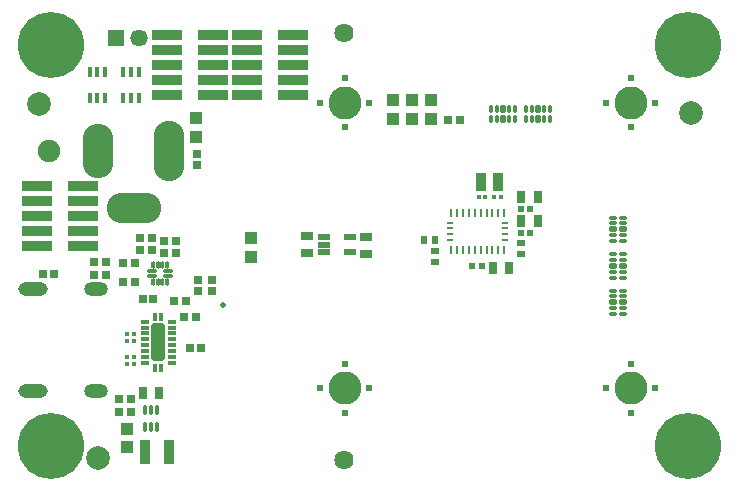
<source format=gbs>
G04*
G04 #@! TF.GenerationSoftware,Altium Limited,Altium Designer,20.0.13 (296)*
G04*
G04 Layer_Color=16711935*
%FSLAX44Y44*%
%MOMM*%
G71*
G01*
G75*
%ADD37R,0.6516X0.7516*%
%ADD48C,2.0000*%
G04:AMPARAMS|DCode=49|XSize=0.34mm|YSize=0.705mm|CornerRadius=0.12mm|HoleSize=0mm|Usage=FLASHONLY|Rotation=0.000|XOffset=0mm|YOffset=0mm|HoleType=Round|Shape=RoundedRectangle|*
%AMROUNDEDRECTD49*
21,1,0.3400,0.4650,0,0,0.0*
21,1,0.1000,0.7050,0,0,0.0*
1,1,0.2400,0.0500,-0.2325*
1,1,0.2400,-0.0500,-0.2325*
1,1,0.2400,-0.0500,0.2325*
1,1,0.2400,0.0500,0.2325*
%
%ADD49ROUNDEDRECTD49*%
G04:AMPARAMS|DCode=50|XSize=0.54mm|YSize=0.705mm|CornerRadius=0.12mm|HoleSize=0mm|Usage=FLASHONLY|Rotation=0.000|XOffset=0mm|YOffset=0mm|HoleType=Round|Shape=RoundedRectangle|*
%AMROUNDEDRECTD50*
21,1,0.5400,0.4650,0,0,0.0*
21,1,0.3000,0.7050,0,0,0.0*
1,1,0.2400,0.1500,-0.2325*
1,1,0.2400,-0.1500,-0.2325*
1,1,0.2400,-0.1500,0.2325*
1,1,0.2400,0.1500,0.2325*
%
%ADD50ROUNDEDRECTD50*%
%ADD53R,1.1016X1.0016*%
%ADD56C,5.6016*%
%ADD57O,2.0000X1.2000*%
%ADD58O,2.5000X1.2000*%
%ADD59R,1.4696X1.4696*%
%ADD60C,1.4696*%
%ADD61C,1.9016*%
%ADD62O,2.6000X4.6000*%
%ADD63O,2.6000X5.1000*%
%ADD64O,4.6000X2.6000*%
%ADD65C,1.6256*%
%ADD66C,0.5080*%
%ADD67C,0.6080*%
%ADD100R,0.2500X0.6750*%
%ADD101R,0.5750X0.2500*%
%ADD118R,0.8516X1.5016*%
G04:AMPARAMS|DCode=119|XSize=0.3mm|YSize=0.8mm|CornerRadius=0.1mm|HoleSize=0mm|Usage=FLASHONLY|Rotation=270.000|XOffset=0mm|YOffset=0mm|HoleType=Round|Shape=RoundedRectangle|*
%AMROUNDEDRECTD119*
21,1,0.3000,0.6000,0,0,270.0*
21,1,0.1000,0.8000,0,0,270.0*
1,1,0.2000,-0.3000,-0.0500*
1,1,0.2000,-0.3000,0.0500*
1,1,0.2000,0.3000,0.0500*
1,1,0.2000,0.3000,-0.0500*
%
%ADD119ROUNDEDRECTD119*%
G04:AMPARAMS|DCode=120|XSize=0.3mm|YSize=0.6mm|CornerRadius=0.1mm|HoleSize=0mm|Usage=FLASHONLY|Rotation=180.000|XOffset=0mm|YOffset=0mm|HoleType=Round|Shape=RoundedRectangle|*
%AMROUNDEDRECTD120*
21,1,0.3000,0.4000,0,0,180.0*
21,1,0.1000,0.6000,0,0,180.0*
1,1,0.2000,-0.0500,0.2000*
1,1,0.2000,0.0500,0.2000*
1,1,0.2000,0.0500,-0.2000*
1,1,0.2000,-0.0500,-0.2000*
%
%ADD120ROUNDEDRECTD120*%
G04:AMPARAMS|DCode=121|XSize=0.39mm|YSize=0.74mm|CornerRadius=0.095mm|HoleSize=0mm|Usage=FLASHONLY|Rotation=90.000|XOffset=0mm|YOffset=0mm|HoleType=Round|Shape=RoundedRectangle|*
%AMROUNDEDRECTD121*
21,1,0.3900,0.5500,0,0,90.0*
21,1,0.2000,0.7400,0,0,90.0*
1,1,0.1900,0.2750,0.1000*
1,1,0.1900,0.2750,-0.1000*
1,1,0.1900,-0.2750,-0.1000*
1,1,0.1900,-0.2750,0.1000*
%
%ADD121ROUNDEDRECTD121*%
G04:AMPARAMS|DCode=122|XSize=0.39mm|YSize=0.74mm|CornerRadius=0.095mm|HoleSize=0mm|Usage=FLASHONLY|Rotation=180.000|XOffset=0mm|YOffset=0mm|HoleType=Round|Shape=RoundedRectangle|*
%AMROUNDEDRECTD122*
21,1,0.3900,0.5500,0,0,180.0*
21,1,0.2000,0.7400,0,0,180.0*
1,1,0.1900,-0.1000,0.2750*
1,1,0.1900,0.1000,0.2750*
1,1,0.1900,0.1000,-0.2750*
1,1,0.1900,-0.1000,-0.2750*
%
%ADD122ROUNDEDRECTD122*%
G04:AMPARAMS|DCode=123|XSize=1.14mm|YSize=3.14mm|CornerRadius=0.12mm|HoleSize=0mm|Usage=FLASHONLY|Rotation=180.000|XOffset=0mm|YOffset=0mm|HoleType=Round|Shape=RoundedRectangle|*
%AMROUNDEDRECTD123*
21,1,1.1400,2.9000,0,0,180.0*
21,1,0.9000,3.1400,0,0,180.0*
1,1,0.2400,-0.4500,1.4500*
1,1,0.2400,0.4500,1.4500*
1,1,0.2400,0.4500,-1.4500*
1,1,0.2400,-0.4500,-1.4500*
%
%ADD123ROUNDEDRECTD123*%
%ADD124R,1.0000X0.5000*%
%ADD125R,0.4516X0.9516*%
G04:AMPARAMS|DCode=126|XSize=0.4mm|YSize=0.77mm|CornerRadius=0.0995mm|HoleSize=0mm|Usage=FLASHONLY|Rotation=180.000|XOffset=0mm|YOffset=0mm|HoleType=Round|Shape=RoundedRectangle|*
%AMROUNDEDRECTD126*
21,1,0.4000,0.5710,0,0,180.0*
21,1,0.2010,0.7700,0,0,180.0*
1,1,0.1990,-0.1005,0.2855*
1,1,0.1990,0.1005,0.2855*
1,1,0.1990,0.1005,-0.2855*
1,1,0.1990,-0.1005,-0.2855*
%
%ADD126ROUNDEDRECTD126*%
%ADD127R,0.7516X0.6516*%
%ADD128R,0.8016X1.0016*%
%ADD129R,0.6516X0.5516*%
%ADD130R,0.5516X0.6516*%
%ADD131R,0.9016X2.1016*%
%ADD132R,2.5016X0.8616*%
G04:AMPARAMS|DCode=133|XSize=0.34mm|YSize=0.705mm|CornerRadius=0.12mm|HoleSize=0mm|Usage=FLASHONLY|Rotation=90.000|XOffset=0mm|YOffset=0mm|HoleType=Round|Shape=RoundedRectangle|*
%AMROUNDEDRECTD133*
21,1,0.3400,0.4650,0,0,90.0*
21,1,0.1000,0.7050,0,0,90.0*
1,1,0.2400,0.2325,0.0500*
1,1,0.2400,0.2325,-0.0500*
1,1,0.2400,-0.2325,-0.0500*
1,1,0.2400,-0.2325,0.0500*
%
%ADD133ROUNDEDRECTD133*%
G04:AMPARAMS|DCode=134|XSize=0.54mm|YSize=0.705mm|CornerRadius=0.12mm|HoleSize=0mm|Usage=FLASHONLY|Rotation=90.000|XOffset=0mm|YOffset=0mm|HoleType=Round|Shape=RoundedRectangle|*
%AMROUNDEDRECTD134*
21,1,0.5400,0.4650,0,0,90.0*
21,1,0.3000,0.7050,0,0,90.0*
1,1,0.2400,0.2325,0.1500*
1,1,0.2400,0.2325,-0.1500*
1,1,0.2400,-0.2325,-0.1500*
1,1,0.2400,-0.2325,0.1500*
%
%ADD134ROUNDEDRECTD134*%
%ADD135R,0.4616X0.4216*%
%ADD136R,0.7216X0.7216*%
%ADD137R,0.7216X0.7216*%
%ADD138R,0.6216X0.6216*%
%ADD139R,1.0016X0.8016*%
%ADD140C,2.8000*%
D37*
X67000Y186000D02*
D03*
X77000D02*
D03*
X67000Y175000D02*
D03*
X77000D02*
D03*
X101000Y185000D02*
D03*
X91000D02*
D03*
X101000Y169000D02*
D03*
X91000D02*
D03*
X144501Y153249D02*
D03*
X134501D02*
D03*
X153000Y139000D02*
D03*
X143000D02*
D03*
X366700Y306500D02*
D03*
X376700D02*
D03*
X97900Y70300D02*
D03*
X87900D02*
D03*
X88000Y58600D02*
D03*
X98000D02*
D03*
D48*
X572117Y312154D02*
D03*
X70000Y20000D02*
D03*
X20000Y320000D02*
D03*
D49*
X422900Y315125D02*
D03*
X417900D02*
D03*
X407900D02*
D03*
X402900D02*
D03*
Y306775D02*
D03*
X407900D02*
D03*
X417900D02*
D03*
X422900D02*
D03*
X452800Y315125D02*
D03*
X447800D02*
D03*
X437800D02*
D03*
X432800D02*
D03*
Y306775D02*
D03*
X437800D02*
D03*
X447800D02*
D03*
X452800D02*
D03*
D50*
X412900Y315125D02*
D03*
Y306775D02*
D03*
X442800Y315125D02*
D03*
Y306775D02*
D03*
D53*
X336000Y306800D02*
D03*
Y322800D02*
D03*
X352000Y306800D02*
D03*
Y322800D02*
D03*
X319700Y306800D02*
D03*
Y322800D02*
D03*
X153000Y291500D02*
D03*
Y307500D02*
D03*
X200000Y206000D02*
D03*
Y190000D02*
D03*
X94700Y29000D02*
D03*
Y45000D02*
D03*
D56*
X570000Y370000D02*
D03*
Y30000D02*
D03*
X30000Y370000D02*
D03*
Y30000D02*
D03*
D57*
X68400Y163200D02*
D03*
Y76800D02*
D03*
D58*
X14800Y163200D02*
D03*
Y76800D02*
D03*
D59*
X85000Y375500D02*
D03*
D60*
X105000D02*
D03*
D61*
X28500Y280000D02*
D03*
D62*
X70250Y280000D02*
D03*
D63*
X130250Y280000D02*
D03*
D64*
X100500Y231750D02*
D03*
D65*
X278700Y379700D02*
D03*
X278000Y18700D02*
D03*
D66*
X175831Y149584D02*
D03*
D67*
X541750Y79000D02*
D03*
X500250D02*
D03*
X521000Y58250D02*
D03*
Y99750D02*
D03*
X299750Y79000D02*
D03*
X258250D02*
D03*
X279000Y58250D02*
D03*
Y99750D02*
D03*
X541750Y321000D02*
D03*
X500250D02*
D03*
X521000Y300250D02*
D03*
Y341750D02*
D03*
X299750Y321000D02*
D03*
X258250D02*
D03*
X279000Y300250D02*
D03*
Y341750D02*
D03*
D100*
X413996Y227511D02*
D03*
X368996D02*
D03*
X373996D02*
D03*
X378996D02*
D03*
X383996D02*
D03*
X388996D02*
D03*
X393996D02*
D03*
X398996D02*
D03*
X403996D02*
D03*
X408996D02*
D03*
X413996Y196261D02*
D03*
X408996D02*
D03*
X403996D02*
D03*
X398996D02*
D03*
X393996D02*
D03*
X388996D02*
D03*
X383996D02*
D03*
X378996D02*
D03*
X373996D02*
D03*
X368996D02*
D03*
D101*
X368371Y204386D02*
D03*
Y209386D02*
D03*
Y214386D02*
D03*
Y219386D02*
D03*
X414621D02*
D03*
Y214386D02*
D03*
Y209386D02*
D03*
Y204386D02*
D03*
D118*
X394523Y253930D02*
D03*
X409123D02*
D03*
D119*
X116002Y174249D02*
D03*
Y178249D02*
D03*
X129002D02*
D03*
Y174249D02*
D03*
D120*
X116502Y183748D02*
D03*
X120502D02*
D03*
X124502D02*
D03*
X128502D02*
D03*
Y168748D02*
D03*
X124502D02*
D03*
X120502D02*
D03*
X116502D02*
D03*
D121*
X109500Y130500D02*
D03*
Y135500D02*
D03*
Y110500D02*
D03*
Y115500D02*
D03*
Y120500D02*
D03*
Y125500D02*
D03*
Y100500D02*
D03*
Y105500D02*
D03*
X132500Y100500D02*
D03*
Y115500D02*
D03*
Y120500D02*
D03*
Y135500D02*
D03*
Y110500D02*
D03*
Y105500D02*
D03*
Y130500D02*
D03*
Y125500D02*
D03*
D122*
X123500Y139500D02*
D03*
X118500D02*
D03*
Y96500D02*
D03*
X123500D02*
D03*
D123*
X121000Y118000D02*
D03*
D124*
X261370Y200710D02*
D03*
Y194210D02*
D03*
X283370D02*
D03*
X261370Y207210D02*
D03*
X283370D02*
D03*
D125*
X76000Y324803D02*
D03*
X69500D02*
D03*
X63000D02*
D03*
Y346802D02*
D03*
X69500D02*
D03*
X76000D02*
D03*
X104501Y324803D02*
D03*
X98001D02*
D03*
X91501D02*
D03*
Y346802D02*
D03*
X98001D02*
D03*
X104501D02*
D03*
D126*
X110100Y46100D02*
D03*
X120100D02*
D03*
Y60900D02*
D03*
X115100D02*
D03*
X110100D02*
D03*
X115100Y46100D02*
D03*
D127*
X136000Y194000D02*
D03*
Y204000D02*
D03*
X126000Y194000D02*
D03*
Y204000D02*
D03*
X155000Y171000D02*
D03*
Y161000D02*
D03*
X115501Y206499D02*
D03*
Y196499D02*
D03*
X105501Y206499D02*
D03*
Y196499D02*
D03*
D128*
X404367Y180890D02*
D03*
X418367D02*
D03*
X428198Y241088D02*
D03*
X442197D02*
D03*
X428198Y220588D02*
D03*
X442197D02*
D03*
X122000Y74800D02*
D03*
X108000D02*
D03*
D129*
X427844Y192788D02*
D03*
Y201788D02*
D03*
X355194Y195038D02*
D03*
Y186038D02*
D03*
D130*
X355444Y204388D02*
D03*
X346444D02*
D03*
D131*
X109800Y25500D02*
D03*
X129800D02*
D03*
D132*
X128500Y327600D02*
D03*
Y340300D02*
D03*
Y353000D02*
D03*
Y365700D02*
D03*
Y378400D02*
D03*
X167500Y327600D02*
D03*
Y340300D02*
D03*
Y353000D02*
D03*
Y365700D02*
D03*
Y378400D02*
D03*
X196500Y327600D02*
D03*
Y340300D02*
D03*
Y353000D02*
D03*
Y365700D02*
D03*
Y378400D02*
D03*
X235500Y327600D02*
D03*
Y340300D02*
D03*
Y353000D02*
D03*
Y365700D02*
D03*
Y378400D02*
D03*
X57500Y250400D02*
D03*
Y237700D02*
D03*
Y225000D02*
D03*
Y212300D02*
D03*
Y199600D02*
D03*
X18500Y250400D02*
D03*
Y237700D02*
D03*
Y225000D02*
D03*
Y212300D02*
D03*
Y199600D02*
D03*
D133*
X514700Y203600D02*
D03*
Y208600D02*
D03*
Y218600D02*
D03*
Y223600D02*
D03*
X506350D02*
D03*
Y218600D02*
D03*
Y208600D02*
D03*
Y203600D02*
D03*
X514700Y172400D02*
D03*
Y177400D02*
D03*
Y187400D02*
D03*
Y192400D02*
D03*
X506350D02*
D03*
Y187400D02*
D03*
Y177400D02*
D03*
Y172400D02*
D03*
X514700Y141800D02*
D03*
Y146800D02*
D03*
Y156800D02*
D03*
Y161800D02*
D03*
X506350D02*
D03*
Y156800D02*
D03*
Y146800D02*
D03*
Y141800D02*
D03*
D134*
X514700Y213600D02*
D03*
X506350D02*
D03*
X514700Y182400D02*
D03*
X506350D02*
D03*
X514700Y151800D02*
D03*
X506350D02*
D03*
D135*
X100301Y99249D02*
D03*
X94701D02*
D03*
X100301Y105249D02*
D03*
X94701D02*
D03*
X100301Y119249D02*
D03*
X94701D02*
D03*
X100301Y125249D02*
D03*
X94701D02*
D03*
X405476Y240664D02*
D03*
X411076D02*
D03*
X398122D02*
D03*
X392522D02*
D03*
D136*
X23694Y175768D02*
D03*
X32694D02*
D03*
X117001Y154249D02*
D03*
X108001D02*
D03*
X157336Y113538D02*
D03*
X148336D02*
D03*
D137*
X167000Y161500D02*
D03*
Y170500D02*
D03*
X154000Y268024D02*
D03*
Y277024D02*
D03*
D138*
X394988Y182676D02*
D03*
X386988D02*
D03*
X435844Y210195D02*
D03*
X427844D02*
D03*
X435844Y230886D02*
D03*
X427844D02*
D03*
D139*
X296844Y193088D02*
D03*
Y207088D02*
D03*
X247224Y193710D02*
D03*
Y207710D02*
D03*
D140*
X521000Y79000D02*
D03*
X279000D02*
D03*
X521000Y321000D02*
D03*
X279000D02*
D03*
M02*

</source>
